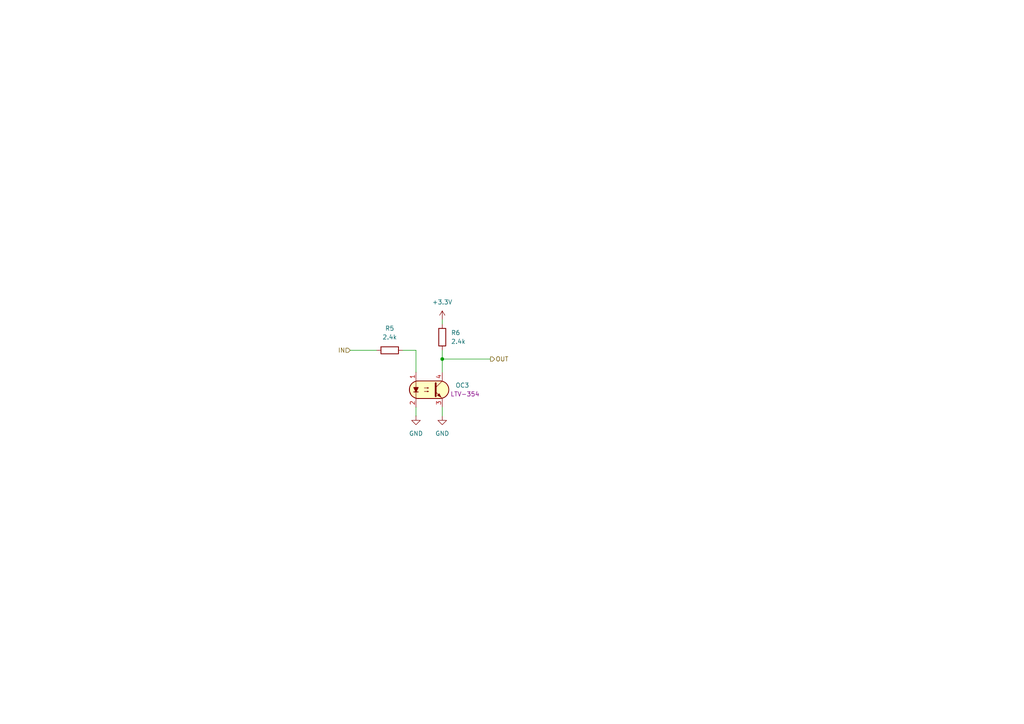
<source format=kicad_sch>
(kicad_sch
	(version 20250114)
	(generator "eeschema")
	(generator_version "9.0")
	(uuid "4ade9bf7-b547-4146-ae3f-47753824b47b")
	(paper "A4")
	(lib_symbols
		(symbol "Optocoupler_AKL:FOD817S"
			(pin_names
				(offset 1.016)
			)
			(exclude_from_sim no)
			(in_bom yes)
			(on_board yes)
			(property "Reference" "OC"
				(at 6.35 1.27 0)
				(effects
					(font
						(size 1.27 1.27)
					)
					(justify left)
				)
			)
			(property "Value" "FOD817S"
				(at 6.35 -1.27 0)
				(effects
					(font
						(size 1.27 1.27)
					)
					(justify left)
				)
			)
			(property "Footprint" "Package_DIP_AKL:SMDIP-4_W9.53mm"
				(at -5.08 -5.08 0)
				(effects
					(font
						(size 1.27 1.27)
						(italic yes)
					)
					(justify left)
					(hide yes)
				)
			)
			(property "Datasheet" "https://www.tme.eu/Document/3a0358906a5fcb3aa253d025de809a1d/FOD814300W.PDF"
				(at 0 0 0)
				(effects
					(font
						(size 1.27 1.27)
					)
					(justify left)
					(hide yes)
				)
			)
			(property "Description" "SMDIP-4 Optocoupler, Transistor output, 5kV, 8us, Alternate KiCAD Library"
				(at 0 0 0)
				(effects
					(font
						(size 1.27 1.27)
					)
					(hide yes)
				)
			)
			(property "ki_keywords" "NPN Optocoupler transistor output bidirectional input FOD817"
				(at 0 0 0)
				(effects
					(font
						(size 1.27 1.27)
					)
					(hide yes)
				)
			)
			(property "ki_fp_filters" "DIP*W7.62mm*"
				(at 0 0 0)
				(effects
					(font
						(size 1.27 1.27)
					)
					(hide yes)
				)
			)
			(symbol "FOD817S_0_1"
				(polyline
					(pts
						(xy -4.445 -0.635) (xy -3.175 -0.635)
					)
					(stroke
						(width 0.254)
						(type default)
					)
					(fill
						(type none)
					)
				)
				(polyline
					(pts
						(xy -3.81 -0.635) (xy -4.445 0.635) (xy -3.175 0.635) (xy -3.81 -0.635)
					)
					(stroke
						(width 0.254)
						(type default)
					)
					(fill
						(type outline)
					)
				)
				(polyline
					(pts
						(xy -3.81 -2.54) (xy -3.81 -1.27) (xy -3.81 2.54)
					)
					(stroke
						(width 0.1524)
						(type default)
					)
					(fill
						(type none)
					)
				)
				(polyline
					(pts
						(xy -3.175 2.54) (xy 3.175 2.54)
					)
					(stroke
						(width 0.254)
						(type default)
					)
					(fill
						(type none)
					)
				)
				(arc
					(start -3.1975 -2.54)
					(mid -5.7151 0)
					(end -3.1975 2.54)
					(stroke
						(width 0.254)
						(type default)
					)
					(fill
						(type none)
					)
				)
				(polyline
					(pts
						(xy -2.54 2.54) (xy 3.429 2.54) (xy 4.318 2.286) (xy 4.699 2.032) (xy 5.08 1.651) (xy 5.461 1.016)
						(xy 5.715 0.381) (xy 5.715 -0.381) (xy 5.461 -1.143) (xy 4.826 -1.905) (xy 4.191 -2.286) (xy 3.302 -2.54)
						(xy -3.81 -2.54) (xy -3.81 -2.54) (xy -4.572 -2.032) (xy -5.08 -1.778) (xy -5.588 -0.508) (xy -5.588 0.254)
						(xy -5.588 1.016) (xy -5.08 1.778) (xy -4.318 2.286) (xy -3.556 2.54) (xy -2.54 2.54)
					)
					(stroke
						(width 0.01)
						(type default)
					)
					(fill
						(type background)
					)
				)
				(polyline
					(pts
						(xy -1.397 0.508) (xy -0.127 0.508) (xy -0.508 0.381) (xy -0.508 0.635) (xy -0.127 0.508)
					)
					(stroke
						(width 0)
						(type default)
					)
					(fill
						(type none)
					)
				)
				(polyline
					(pts
						(xy -1.397 -0.508) (xy -0.127 -0.508) (xy -0.508 -0.635) (xy -0.508 -0.381) (xy -0.127 -0.508)
					)
					(stroke
						(width 0)
						(type default)
					)
					(fill
						(type none)
					)
				)
				(polyline
					(pts
						(xy 1.905 1.905) (xy 1.905 -1.905) (xy 1.905 -1.905)
					)
					(stroke
						(width 0.508)
						(type default)
					)
					(fill
						(type none)
					)
				)
				(polyline
					(pts
						(xy 1.905 0.635) (xy 3.81 2.54)
					)
					(stroke
						(width 0)
						(type default)
					)
					(fill
						(type none)
					)
				)
				(polyline
					(pts
						(xy 2.413 -1.651) (xy 2.921 -1.143) (xy 3.429 -2.159) (xy 2.413 -1.651) (xy 2.413 -1.651)
					)
					(stroke
						(width 0)
						(type default)
					)
					(fill
						(type outline)
					)
				)
				(arc
					(start 3.1975 2.54)
					(mid 5.7151 0)
					(end 3.1975 -2.54)
					(stroke
						(width 0.254)
						(type default)
					)
					(fill
						(type none)
					)
				)
				(polyline
					(pts
						(xy 3.175 -2.54) (xy -3.175 -2.54)
					)
					(stroke
						(width 0.254)
						(type default)
					)
					(fill
						(type none)
					)
				)
				(polyline
					(pts
						(xy 3.81 -2.54) (xy 1.905 -0.635)
					)
					(stroke
						(width 0)
						(type default)
					)
					(fill
						(type outline)
					)
				)
			)
			(symbol "FOD817S_1_1"
				(pin passive line
					(at -3.81 5.08 270)
					(length 2.54)
					(name "~"
						(effects
							(font
								(size 1.27 1.27)
							)
						)
					)
					(number "1"
						(effects
							(font
								(size 1.27 1.27)
							)
						)
					)
				)
				(pin passive line
					(at -3.81 -5.08 90)
					(length 2.54)
					(name "~"
						(effects
							(font
								(size 1.27 1.27)
							)
						)
					)
					(number "2"
						(effects
							(font
								(size 1.27 1.27)
							)
						)
					)
				)
				(pin passive line
					(at 3.81 5.08 270)
					(length 2.54)
					(name "~"
						(effects
							(font
								(size 1.27 1.27)
							)
						)
					)
					(number "4"
						(effects
							(font
								(size 1.27 1.27)
							)
						)
					)
				)
				(pin passive line
					(at 3.81 -5.08 90)
					(length 2.54)
					(name "~"
						(effects
							(font
								(size 1.27 1.27)
							)
						)
					)
					(number "3"
						(effects
							(font
								(size 1.27 1.27)
							)
						)
					)
				)
			)
			(embedded_fonts no)
		)
		(symbol "Resistor_AKL:R_0603"
			(pin_numbers
				(hide yes)
			)
			(pin_names
				(offset 0)
			)
			(exclude_from_sim no)
			(in_bom yes)
			(on_board yes)
			(property "Reference" "R"
				(at 2.54 1.27 0)
				(effects
					(font
						(size 1.27 1.27)
					)
					(justify left)
				)
			)
			(property "Value" "R_0603"
				(at 2.54 -1.27 0)
				(effects
					(font
						(size 1.27 1.27)
					)
					(justify left)
				)
			)
			(property "Footprint" "Resistor_SMD_AKL:R_0603_1608Metric"
				(at 0 -11.43 0)
				(effects
					(font
						(size 1.27 1.27)
					)
					(hide yes)
				)
			)
			(property "Datasheet" "~"
				(at 0 0 0)
				(effects
					(font
						(size 1.27 1.27)
					)
					(hide yes)
				)
			)
			(property "Description" "SMD 0603 Chip Resistor, European Symbol, Alternate KiCad Library"
				(at 0 0 0)
				(effects
					(font
						(size 1.27 1.27)
					)
					(hide yes)
				)
			)
			(property "ki_keywords" "R res resistor eu SMD 0603"
				(at 0 0 0)
				(effects
					(font
						(size 1.27 1.27)
					)
					(hide yes)
				)
			)
			(property "ki_fp_filters" "R_*"
				(at 0 0 0)
				(effects
					(font
						(size 1.27 1.27)
					)
					(hide yes)
				)
			)
			(symbol "R_0603_0_1"
				(rectangle
					(start -1.016 2.54)
					(end 1.016 -2.54)
					(stroke
						(width 0.254)
						(type default)
					)
					(fill
						(type none)
					)
				)
			)
			(symbol "R_0603_0_2"
				(polyline
					(pts
						(xy -2.54 -2.54) (xy -1.524 -1.524)
					)
					(stroke
						(width 0)
						(type default)
					)
					(fill
						(type none)
					)
				)
				(polyline
					(pts
						(xy 1.524 1.524) (xy 2.54 2.54)
					)
					(stroke
						(width 0)
						(type default)
					)
					(fill
						(type none)
					)
				)
				(polyline
					(pts
						(xy 1.524 1.524) (xy 0.889 2.159) (xy -2.159 -0.889) (xy -0.889 -2.159) (xy 2.159 0.889) (xy 1.524 1.524)
					)
					(stroke
						(width 0.254)
						(type default)
					)
					(fill
						(type none)
					)
				)
			)
			(symbol "R_0603_1_1"
				(pin passive line
					(at 0 3.81 270)
					(length 1.27)
					(name "~"
						(effects
							(font
								(size 1.27 1.27)
							)
						)
					)
					(number "1"
						(effects
							(font
								(size 1.27 1.27)
							)
						)
					)
				)
				(pin passive line
					(at 0 -3.81 90)
					(length 1.27)
					(name "~"
						(effects
							(font
								(size 1.27 1.27)
							)
						)
					)
					(number "2"
						(effects
							(font
								(size 1.27 1.27)
							)
						)
					)
				)
			)
			(symbol "R_0603_1_2"
				(pin passive line
					(at -2.54 -2.54 0)
					(length 0)
					(name ""
						(effects
							(font
								(size 1.27 1.27)
							)
						)
					)
					(number "2"
						(effects
							(font
								(size 1.27 1.27)
							)
						)
					)
				)
				(pin passive line
					(at 2.54 2.54 180)
					(length 0)
					(name ""
						(effects
							(font
								(size 1.27 1.27)
							)
						)
					)
					(number "1"
						(effects
							(font
								(size 1.27 1.27)
							)
						)
					)
				)
			)
			(embedded_fonts no)
		)
		(symbol "power:+3.3V"
			(power)
			(pin_numbers
				(hide yes)
			)
			(pin_names
				(offset 0)
				(hide yes)
			)
			(exclude_from_sim no)
			(in_bom yes)
			(on_board yes)
			(property "Reference" "#PWR"
				(at 0 -3.81 0)
				(effects
					(font
						(size 1.27 1.27)
					)
					(hide yes)
				)
			)
			(property "Value" "+3.3V"
				(at 0 3.556 0)
				(effects
					(font
						(size 1.27 1.27)
					)
				)
			)
			(property "Footprint" ""
				(at 0 0 0)
				(effects
					(font
						(size 1.27 1.27)
					)
					(hide yes)
				)
			)
			(property "Datasheet" ""
				(at 0 0 0)
				(effects
					(font
						(size 1.27 1.27)
					)
					(hide yes)
				)
			)
			(property "Description" "Power symbol creates a global label with name \"+3.3V\""
				(at 0 0 0)
				(effects
					(font
						(size 1.27 1.27)
					)
					(hide yes)
				)
			)
			(property "ki_keywords" "global power"
				(at 0 0 0)
				(effects
					(font
						(size 1.27 1.27)
					)
					(hide yes)
				)
			)
			(symbol "+3.3V_0_1"
				(polyline
					(pts
						(xy -0.762 1.27) (xy 0 2.54)
					)
					(stroke
						(width 0)
						(type default)
					)
					(fill
						(type none)
					)
				)
				(polyline
					(pts
						(xy 0 2.54) (xy 0.762 1.27)
					)
					(stroke
						(width 0)
						(type default)
					)
					(fill
						(type none)
					)
				)
				(polyline
					(pts
						(xy 0 0) (xy 0 2.54)
					)
					(stroke
						(width 0)
						(type default)
					)
					(fill
						(type none)
					)
				)
			)
			(symbol "+3.3V_1_1"
				(pin power_in line
					(at 0 0 90)
					(length 0)
					(name "~"
						(effects
							(font
								(size 1.27 1.27)
							)
						)
					)
					(number "1"
						(effects
							(font
								(size 1.27 1.27)
							)
						)
					)
				)
			)
			(embedded_fonts no)
		)
		(symbol "power:GND"
			(power)
			(pin_numbers
				(hide yes)
			)
			(pin_names
				(offset 0)
				(hide yes)
			)
			(exclude_from_sim no)
			(in_bom yes)
			(on_board yes)
			(property "Reference" "#PWR"
				(at 0 -6.35 0)
				(effects
					(font
						(size 1.27 1.27)
					)
					(hide yes)
				)
			)
			(property "Value" "GND"
				(at 0 -3.81 0)
				(effects
					(font
						(size 1.27 1.27)
					)
				)
			)
			(property "Footprint" ""
				(at 0 0 0)
				(effects
					(font
						(size 1.27 1.27)
					)
					(hide yes)
				)
			)
			(property "Datasheet" ""
				(at 0 0 0)
				(effects
					(font
						(size 1.27 1.27)
					)
					(hide yes)
				)
			)
			(property "Description" "Power symbol creates a global label with name \"GND\" , ground"
				(at 0 0 0)
				(effects
					(font
						(size 1.27 1.27)
					)
					(hide yes)
				)
			)
			(property "ki_keywords" "global power"
				(at 0 0 0)
				(effects
					(font
						(size 1.27 1.27)
					)
					(hide yes)
				)
			)
			(symbol "GND_0_1"
				(polyline
					(pts
						(xy 0 0) (xy 0 -1.27) (xy 1.27 -1.27) (xy 0 -2.54) (xy -1.27 -1.27) (xy 0 -1.27)
					)
					(stroke
						(width 0)
						(type default)
					)
					(fill
						(type none)
					)
				)
			)
			(symbol "GND_1_1"
				(pin power_in line
					(at 0 0 270)
					(length 0)
					(name "~"
						(effects
							(font
								(size 1.27 1.27)
							)
						)
					)
					(number "1"
						(effects
							(font
								(size 1.27 1.27)
							)
						)
					)
				)
			)
			(embedded_fonts no)
		)
	)
	(junction
		(at 128.27 104.14)
		(diameter 0)
		(color 0 0 0 0)
		(uuid "672da05c-5e19-4257-a20a-10123e062363")
	)
	(wire
		(pts
			(xy 116.84 101.6) (xy 120.65 101.6)
		)
		(stroke
			(width 0)
			(type default)
		)
		(uuid "20110fd7-80e5-40d9-a204-4eb7cb7b29ee")
	)
	(wire
		(pts
			(xy 120.65 101.6) (xy 120.65 107.95)
		)
		(stroke
			(width 0)
			(type default)
		)
		(uuid "3740de77-0d4c-4ada-8ff3-794a8ec9189c")
	)
	(wire
		(pts
			(xy 128.27 92.71) (xy 128.27 93.98)
		)
		(stroke
			(width 0)
			(type default)
		)
		(uuid "3f4b79a0-2c87-42e8-bfa2-73131227b290")
	)
	(wire
		(pts
			(xy 128.27 104.14) (xy 142.24 104.14)
		)
		(stroke
			(width 0)
			(type default)
		)
		(uuid "55795d20-6e7f-4ce0-ae9e-b64da08df47a")
	)
	(wire
		(pts
			(xy 120.65 118.11) (xy 120.65 120.65)
		)
		(stroke
			(width 0)
			(type default)
		)
		(uuid "73058749-e5f4-437a-b3f9-0936f4d328f3")
	)
	(wire
		(pts
			(xy 128.27 101.6) (xy 128.27 104.14)
		)
		(stroke
			(width 0)
			(type default)
		)
		(uuid "8dd25a38-12d0-46ae-9906-5f0167a31853")
	)
	(wire
		(pts
			(xy 128.27 104.14) (xy 128.27 107.95)
		)
		(stroke
			(width 0)
			(type default)
		)
		(uuid "91268737-04b7-45bb-b61a-f34675a6624f")
	)
	(wire
		(pts
			(xy 128.27 118.11) (xy 128.27 120.65)
		)
		(stroke
			(width 0)
			(type default)
		)
		(uuid "91327083-5f1c-44a0-b413-7f740fd637a5")
	)
	(wire
		(pts
			(xy 101.6 101.6) (xy 109.22 101.6)
		)
		(stroke
			(width 0)
			(type default)
		)
		(uuid "c4d18966-938c-476a-aeb1-f9f8be1aeee3")
	)
	(hierarchical_label "OUT"
		(shape output)
		(at 142.24 104.14 0)
		(effects
			(font
				(size 1.27 1.27)
			)
			(justify left)
		)
		(uuid "1e8c1e77-925c-464f-bd23-37e244502819")
	)
	(hierarchical_label "IN"
		(shape input)
		(at 101.6 101.6 180)
		(effects
			(font
				(size 1.27 1.27)
			)
			(justify right)
		)
		(uuid "2b7471ac-79d6-4e8b-b3ea-5c419d84dfbb")
	)
	(symbol
		(lib_id "Resistor_AKL:R_0603")
		(at 113.03 101.6 90)
		(unit 1)
		(exclude_from_sim no)
		(in_bom yes)
		(on_board yes)
		(dnp no)
		(fields_autoplaced yes)
		(uuid "54497061-cc5d-47e4-b2a1-320d090bec8c")
		(property "Reference" "R5"
			(at 113.03 95.25 90)
			(effects
				(font
					(size 1.27 1.27)
				)
			)
		)
		(property "Value" "2.4k"
			(at 113.03 97.79 90)
			(effects
				(font
					(size 1.27 1.27)
				)
			)
		)
		(property "Footprint" "Resistor_SMD_AKL:R_0603_1608Metric"
			(at 124.46 101.6 0)
			(effects
				(font
					(size 1.27 1.27)
				)
				(hide yes)
			)
		)
		(property "Datasheet" "~"
			(at 113.03 101.6 0)
			(effects
				(font
					(size 1.27 1.27)
				)
				(hide yes)
			)
		)
		(property "Description" "SMD 0603 Chip Resistor, European Symbol, Alternate KiCad Library"
			(at 113.03 101.6 0)
			(effects
				(font
					(size 1.27 1.27)
				)
				(hide yes)
			)
		)
		(pin "2"
			(uuid "0593658a-b9c7-4e76-bd69-4189bef54168")
		)
		(pin "1"
			(uuid "160f879f-9263-4b56-b0fd-10081c7d9a90")
		)
		(instances
			(project "Diseños de circuitos"
				(path "/65c875c0-73bd-43df-b6cd-4a685398cace/3b453a73-5bb7-4645-a7e8-6e186968fa05/2006756a-aab7-49c5-bc20-9cefa85464a4"
					(reference "R5")
					(unit 1)
				)
				(path "/65c875c0-73bd-43df-b6cd-4a685398cace/3b453a73-5bb7-4645-a7e8-6e186968fa05/bb43bc0c-30de-472b-b8df-e649003c6193"
					(reference "R7")
					(unit 1)
				)
			)
		)
	)
	(symbol
		(lib_id "power:GND")
		(at 120.65 120.65 0)
		(unit 1)
		(exclude_from_sim no)
		(in_bom yes)
		(on_board yes)
		(dnp no)
		(fields_autoplaced yes)
		(uuid "593b07f8-1087-4de3-97e7-407ec2cb9c89")
		(property "Reference" "#PWR011"
			(at 120.65 127 0)
			(effects
				(font
					(size 1.27 1.27)
				)
				(hide yes)
			)
		)
		(property "Value" "GND"
			(at 120.65 125.73 0)
			(effects
				(font
					(size 1.27 1.27)
				)
			)
		)
		(property "Footprint" ""
			(at 120.65 120.65 0)
			(effects
				(font
					(size 1.27 1.27)
				)
				(hide yes)
			)
		)
		(property "Datasheet" ""
			(at 120.65 120.65 0)
			(effects
				(font
					(size 1.27 1.27)
				)
				(hide yes)
			)
		)
		(property "Description" "Power symbol creates a global label with name \"GND\" , ground"
			(at 120.65 120.65 0)
			(effects
				(font
					(size 1.27 1.27)
				)
				(hide yes)
			)
		)
		(pin "1"
			(uuid "a1335ff2-986c-4f69-982d-5fa1f3157e70")
		)
		(instances
			(project "Diseños de circuitos"
				(path "/65c875c0-73bd-43df-b6cd-4a685398cace/3b453a73-5bb7-4645-a7e8-6e186968fa05/2006756a-aab7-49c5-bc20-9cefa85464a4"
					(reference "#PWR011")
					(unit 1)
				)
				(path "/65c875c0-73bd-43df-b6cd-4a685398cace/3b453a73-5bb7-4645-a7e8-6e186968fa05/bb43bc0c-30de-472b-b8df-e649003c6193"
					(reference "#PWR014")
					(unit 1)
				)
			)
		)
	)
	(symbol
		(lib_id "Optocoupler_AKL:FOD817S")
		(at 124.46 113.03 0)
		(unit 1)
		(exclude_from_sim no)
		(in_bom yes)
		(on_board yes)
		(dnp no)
		(uuid "5c8920d1-ab0d-4af3-9409-221f8020e61c")
		(property "Reference" "OC3"
			(at 132.08 111.7599 0)
			(effects
				(font
					(size 1.27 1.27)
				)
				(justify left)
			)
		)
		(property "Value" "FOD817S"
			(at 132.08 114.2999 0)
			(effects
				(font
					(size 1.27 1.27)
				)
				(justify left)
				(hide yes)
			)
		)
		(property "Footprint" "Package_DIP_AKL:SMDIP-4_W9.53mm"
			(at 119.38 118.11 0)
			(effects
				(font
					(size 1.27 1.27)
					(italic yes)
				)
				(justify left)
				(hide yes)
			)
		)
		(property "Datasheet" "https://www.tme.eu/Document/3a0358906a5fcb3aa253d025de809a1d/FOD814300W.PDF"
			(at 124.46 113.03 0)
			(effects
				(font
					(size 1.27 1.27)
				)
				(justify left)
				(hide yes)
			)
		)
		(property "Description" "SMDIP-4 Optocoupler, Transistor output, 5kV, 8us, Alternate KiCAD Library"
			(at 124.46 113.03 0)
			(effects
				(font
					(size 1.27 1.27)
				)
				(hide yes)
			)
		)
		(property "Part Number" "LTV-354"
			(at 134.874 114.3 0)
			(effects
				(font
					(size 1.27 1.27)
				)
			)
		)
		(pin "3"
			(uuid "943ab094-2e81-40b5-b241-7ecdce1b5d97")
		)
		(pin "4"
			(uuid "467238f4-bede-422c-ad5f-53518acd1343")
		)
		(pin "2"
			(uuid "b0661235-c5b7-4f64-aa5c-8d01689d34fd")
		)
		(pin "1"
			(uuid "874b6ee3-d6a0-4c14-ac7b-a84496abbe43")
		)
		(instances
			(project "Diseños de circuitos"
				(path "/65c875c0-73bd-43df-b6cd-4a685398cace/3b453a73-5bb7-4645-a7e8-6e186968fa05/2006756a-aab7-49c5-bc20-9cefa85464a4"
					(reference "OC3")
					(unit 1)
				)
				(path "/65c875c0-73bd-43df-b6cd-4a685398cace/3b453a73-5bb7-4645-a7e8-6e186968fa05/bb43bc0c-30de-472b-b8df-e649003c6193"
					(reference "OC4")
					(unit 1)
				)
			)
		)
	)
	(symbol
		(lib_id "power:+3.3V")
		(at 128.27 92.71 0)
		(unit 1)
		(exclude_from_sim no)
		(in_bom yes)
		(on_board yes)
		(dnp no)
		(fields_autoplaced yes)
		(uuid "a960befb-6ffe-4918-a70f-982f989b3ed5")
		(property "Reference" "#PWR012"
			(at 128.27 96.52 0)
			(effects
				(font
					(size 1.27 1.27)
				)
				(hide yes)
			)
		)
		(property "Value" "+3.3V"
			(at 128.27 87.63 0)
			(effects
				(font
					(size 1.27 1.27)
				)
			)
		)
		(property "Footprint" ""
			(at 128.27 92.71 0)
			(effects
				(font
					(size 1.27 1.27)
				)
				(hide yes)
			)
		)
		(property "Datasheet" ""
			(at 128.27 92.71 0)
			(effects
				(font
					(size 1.27 1.27)
				)
				(hide yes)
			)
		)
		(property "Description" "Power symbol creates a global label with name \"+3.3V\""
			(at 128.27 92.71 0)
			(effects
				(font
					(size 1.27 1.27)
				)
				(hide yes)
			)
		)
		(pin "1"
			(uuid "9a140e2d-ddba-44e2-a1a1-c0a38f15fbb5")
		)
		(instances
			(project "Diseños de circuitos"
				(path "/65c875c0-73bd-43df-b6cd-4a685398cace/3b453a73-5bb7-4645-a7e8-6e186968fa05/2006756a-aab7-49c5-bc20-9cefa85464a4"
					(reference "#PWR012")
					(unit 1)
				)
				(path "/65c875c0-73bd-43df-b6cd-4a685398cace/3b453a73-5bb7-4645-a7e8-6e186968fa05/bb43bc0c-30de-472b-b8df-e649003c6193"
					(reference "#PWR015")
					(unit 1)
				)
			)
		)
	)
	(symbol
		(lib_id "power:GND")
		(at 128.27 120.65 0)
		(unit 1)
		(exclude_from_sim no)
		(in_bom yes)
		(on_board yes)
		(dnp no)
		(fields_autoplaced yes)
		(uuid "ba96c278-131e-4a9c-b99e-f03769cb803f")
		(property "Reference" "#PWR013"
			(at 128.27 127 0)
			(effects
				(font
					(size 1.27 1.27)
				)
				(hide yes)
			)
		)
		(property "Value" "GND"
			(at 128.27 125.73 0)
			(effects
				(font
					(size 1.27 1.27)
				)
			)
		)
		(property "Footprint" ""
			(at 128.27 120.65 0)
			(effects
				(font
					(size 1.27 1.27)
				)
				(hide yes)
			)
		)
		(property "Datasheet" ""
			(at 128.27 120.65 0)
			(effects
				(font
					(size 1.27 1.27)
				)
				(hide yes)
			)
		)
		(property "Description" "Power symbol creates a global label with name \"GND\" , ground"
			(at 128.27 120.65 0)
			(effects
				(font
					(size 1.27 1.27)
				)
				(hide yes)
			)
		)
		(pin "1"
			(uuid "899152ac-fb7c-4f85-9cfc-be4f38e448dd")
		)
		(instances
			(project "Diseños de circuitos"
				(path "/65c875c0-73bd-43df-b6cd-4a685398cace/3b453a73-5bb7-4645-a7e8-6e186968fa05/2006756a-aab7-49c5-bc20-9cefa85464a4"
					(reference "#PWR013")
					(unit 1)
				)
				(path "/65c875c0-73bd-43df-b6cd-4a685398cace/3b453a73-5bb7-4645-a7e8-6e186968fa05/bb43bc0c-30de-472b-b8df-e649003c6193"
					(reference "#PWR016")
					(unit 1)
				)
			)
		)
	)
	(symbol
		(lib_id "Resistor_AKL:R_0603")
		(at 128.27 97.79 180)
		(unit 1)
		(exclude_from_sim no)
		(in_bom yes)
		(on_board yes)
		(dnp no)
		(fields_autoplaced yes)
		(uuid "e67e5d28-6f2e-4681-acaf-821307b2bba6")
		(property "Reference" "R6"
			(at 130.81 96.5199 0)
			(effects
				(font
					(size 1.27 1.27)
				)
				(justify right)
			)
		)
		(property "Value" "2.4k"
			(at 130.81 99.0599 0)
			(effects
				(font
					(size 1.27 1.27)
				)
				(justify right)
			)
		)
		(property "Footprint" "Resistor_SMD_AKL:R_0603_1608Metric"
			(at 128.27 86.36 0)
			(effects
				(font
					(size 1.27 1.27)
				)
				(hide yes)
			)
		)
		(property "Datasheet" "~"
			(at 128.27 97.79 0)
			(effects
				(font
					(size 1.27 1.27)
				)
				(hide yes)
			)
		)
		(property "Description" "SMD 0603 Chip Resistor, European Symbol, Alternate KiCad Library"
			(at 128.27 97.79 0)
			(effects
				(font
					(size 1.27 1.27)
				)
				(hide yes)
			)
		)
		(pin "2"
			(uuid "404885d0-e062-46c3-99b8-b6734d5d89a9")
		)
		(pin "1"
			(uuid "074ce8f7-806e-4b37-9308-af5538d9171d")
		)
		(instances
			(project "Diseños de circuitos"
				(path "/65c875c0-73bd-43df-b6cd-4a685398cace/3b453a73-5bb7-4645-a7e8-6e186968fa05/2006756a-aab7-49c5-bc20-9cefa85464a4"
					(reference "R6")
					(unit 1)
				)
				(path "/65c875c0-73bd-43df-b6cd-4a685398cace/3b453a73-5bb7-4645-a7e8-6e186968fa05/bb43bc0c-30de-472b-b8df-e649003c6193"
					(reference "R8")
					(unit 1)
				)
			)
		)
	)
)

</source>
